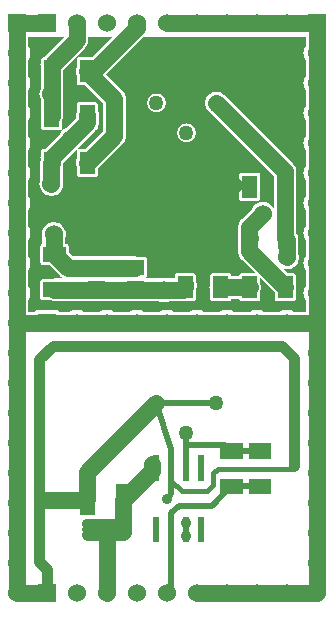
<source format=gbr>
G04 start of page 2 for group 0 idx 0 *
G04 Title: (unknown), component *
G04 Creator: pcb 20140316 *
G04 CreationDate: Tue 10 Mar 2015 03:40:30 PM GMT UTC *
G04 For: fosse *
G04 Format: Gerber/RS-274X *
G04 PCB-Dimensions (mil): 1250.00 2150.00 *
G04 PCB-Coordinate-Origin: lower left *
%MOIN*%
%FSLAX25Y25*%
%LNTOP*%
%ADD22C,0.0380*%
%ADD21C,0.0225*%
%ADD20C,0.0360*%
%ADD19R,0.0200X0.0200*%
%ADD18R,0.0512X0.0512*%
%ADD17C,0.0600*%
%ADD16C,0.0500*%
%ADD15C,0.0200*%
%ADD14C,0.0150*%
%ADD13C,0.0350*%
%ADD12C,0.0550*%
%ADD11C,0.0001*%
G54D11*G36*
X89958Y122239D02*X88095Y122236D01*
Y124102D01*
X89958Y122239D01*
G37*
G36*
X90654Y155740D02*X88095Y155736D01*
Y162602D01*
X96155Y154542D01*
Y143628D01*
X96075Y143822D01*
X95746Y144358D01*
X95337Y144837D01*
X94858Y145246D01*
X94322Y145575D01*
X93740Y145816D01*
X93128Y145963D01*
X92500Y146012D01*
X91872Y145963D01*
X91260Y145816D01*
X90678Y145575D01*
X90142Y145246D01*
X89663Y144837D01*
X89254Y144358D01*
X88925Y143822D01*
X88859Y143662D01*
X88095Y142898D01*
Y146264D01*
X90811Y146269D01*
X90964Y146306D01*
X91109Y146366D01*
X91244Y146448D01*
X91363Y146551D01*
X91466Y146670D01*
X91548Y146805D01*
X91608Y146950D01*
X91645Y147103D01*
X91654Y147260D01*
X91645Y154897D01*
X91608Y155050D01*
X91548Y155195D01*
X91466Y155330D01*
X91363Y155449D01*
X91244Y155552D01*
X91109Y155634D01*
X90964Y155694D01*
X90811Y155731D01*
X90654Y155740D01*
G37*
G36*
X88095Y201000D02*X90324D01*
X90500Y200986D01*
X90676Y201000D01*
X100324D01*
X100500Y200986D01*
X100676Y201000D01*
X106750D01*
Y197993D01*
X106478Y197549D01*
X106207Y196895D01*
X106042Y196206D01*
X105986Y195500D01*
X106042Y194794D01*
X106207Y194105D01*
X106478Y193451D01*
X106750Y193007D01*
Y187993D01*
X106478Y187549D01*
X106207Y186895D01*
X106042Y186206D01*
X105986Y185500D01*
X106042Y184794D01*
X106207Y184105D01*
X106478Y183451D01*
X106750Y183007D01*
Y177993D01*
X106478Y177549D01*
X106207Y176895D01*
X106042Y176206D01*
X105986Y175500D01*
X106042Y174794D01*
X106207Y174105D01*
X106478Y173451D01*
X106750Y173007D01*
Y167993D01*
X106478Y167549D01*
X106207Y166895D01*
X106042Y166206D01*
X105986Y165500D01*
X106042Y164794D01*
X106207Y164105D01*
X106478Y163451D01*
X106750Y163007D01*
Y157993D01*
X106478Y157549D01*
X106207Y156895D01*
X106042Y156206D01*
X105986Y155500D01*
X106042Y154794D01*
X106207Y154105D01*
X106478Y153451D01*
X106750Y153007D01*
Y147993D01*
X106478Y147549D01*
X106207Y146895D01*
X106042Y146206D01*
X105986Y145500D01*
X106042Y144794D01*
X106207Y144105D01*
X106478Y143451D01*
X106750Y143007D01*
Y137993D01*
X106478Y137549D01*
X106207Y136895D01*
X106042Y136206D01*
X105986Y135500D01*
X106042Y134794D01*
X106207Y134105D01*
X106478Y133451D01*
X106750Y133007D01*
Y127993D01*
X106478Y127549D01*
X106207Y126895D01*
X106042Y126206D01*
X105986Y125500D01*
X106042Y124794D01*
X106207Y124105D01*
X106478Y123451D01*
X106750Y123007D01*
Y117993D01*
X106478Y117549D01*
X106207Y116895D01*
X106042Y116206D01*
X105986Y115500D01*
X106042Y114794D01*
X106207Y114105D01*
X106478Y113451D01*
X106750Y113007D01*
Y109250D01*
X102993D01*
X102549Y109522D01*
X101895Y109793D01*
X101206Y109958D01*
X100500Y110014D01*
X99794Y109958D01*
X99105Y109793D01*
X98451Y109522D01*
X98007Y109250D01*
X92993D01*
X92549Y109522D01*
X91895Y109793D01*
X91206Y109958D01*
X90500Y110014D01*
X89794Y109958D01*
X89105Y109793D01*
X88451Y109522D01*
X88095Y109304D01*
Y112764D01*
X90811Y112769D01*
X90964Y112806D01*
X91109Y112866D01*
X91244Y112948D01*
X91363Y113051D01*
X91466Y113170D01*
X91548Y113305D01*
X91608Y113450D01*
X91645Y113603D01*
X91654Y113760D01*
X91651Y116286D01*
X91672Y116338D01*
X91810Y116912D01*
X91856Y117500D01*
X91810Y118088D01*
X91672Y118662D01*
X91648Y118721D01*
X91646Y120551D01*
X96353Y115844D01*
X96355Y113603D01*
X96392Y113450D01*
X96452Y113305D01*
X96534Y113170D01*
X96637Y113051D01*
X96756Y112948D01*
X96891Y112866D01*
X97036Y112806D01*
X97189Y112769D01*
X97346Y112760D01*
X102621Y112769D01*
X102774Y112806D01*
X102919Y112866D01*
X103054Y112948D01*
X103173Y113051D01*
X103276Y113170D01*
X103358Y113305D01*
X103418Y113450D01*
X103455Y113603D01*
X103464Y113760D01*
X103461Y116285D01*
X103483Y116338D01*
X103620Y116912D01*
X103643Y117291D01*
X103667Y117595D01*
X103620Y118183D01*
X103620Y118183D01*
X103483Y118757D01*
X103458Y118817D01*
X103455Y121397D01*
X103418Y121550D01*
X103358Y121695D01*
X103276Y121830D01*
X103173Y121949D01*
X103054Y122052D01*
X102919Y122134D01*
X102774Y122194D01*
X102621Y122231D01*
X102464Y122240D01*
X100567Y122237D01*
X99020Y123784D01*
X99260Y123684D01*
X99872Y123537D01*
X100500Y123488D01*
X101128Y123537D01*
X101740Y123684D01*
X102322Y123925D01*
X102858Y124254D01*
X103337Y124663D01*
X103746Y125142D01*
X104075Y125678D01*
X104316Y126260D01*
X104463Y126872D01*
X104500Y127500D01*
X104463Y128128D01*
X104316Y128740D01*
X104250Y128899D01*
Y133258D01*
X104262Y133405D01*
X104215Y133993D01*
X104215Y133994D01*
X104077Y134568D01*
X103852Y135113D01*
X103655Y135433D01*
Y155948D01*
X103667Y156095D01*
X103620Y156683D01*
X103620Y156683D01*
X103483Y157257D01*
X103257Y157803D01*
X102948Y158306D01*
X102565Y158755D01*
X102453Y158850D01*
X88095Y173208D01*
Y201000D01*
G37*
G36*
X66995D02*X70324D01*
X70500Y200986D01*
X70676Y201000D01*
X80324D01*
X80500Y200986D01*
X80676Y201000D01*
X88095D01*
Y173208D01*
X79652Y181652D01*
X79211Y182043D01*
X78708Y182352D01*
X78162Y182577D01*
X77588Y182715D01*
X77000Y182762D01*
X76412Y182715D01*
X75838Y182577D01*
X75292Y182352D01*
X74789Y182043D01*
X74340Y181660D01*
X73957Y181211D01*
X73648Y180708D01*
X73423Y180162D01*
X73285Y179588D01*
X73238Y179000D01*
X73285Y178412D01*
X73423Y177838D01*
X73648Y177292D01*
X73957Y176789D01*
X74348Y176348D01*
X88095Y162602D01*
Y155736D01*
X85379Y155731D01*
X85226Y155694D01*
X85081Y155634D01*
X84946Y155552D01*
X84827Y155449D01*
X84724Y155330D01*
X84642Y155195D01*
X84582Y155050D01*
X84545Y154897D01*
X84536Y154740D01*
X84545Y147103D01*
X84582Y146950D01*
X84642Y146805D01*
X84724Y146670D01*
X84827Y146551D01*
X84946Y146448D01*
X85081Y146366D01*
X85226Y146306D01*
X85379Y146269D01*
X85536Y146260D01*
X88095Y146264D01*
Y142898D01*
X85452Y140256D01*
X85340Y140160D01*
X84957Y139711D01*
X84648Y139208D01*
X84423Y138662D01*
X84285Y138088D01*
X84285Y138088D01*
X84238Y137500D01*
X84250Y137353D01*
Y134052D01*
X84238Y133905D01*
X84250Y133758D01*
Y129647D01*
X84238Y129500D01*
X84285Y128912D01*
X84423Y128338D01*
X84648Y127792D01*
X84957Y127289D01*
X84957Y127289D01*
X85340Y126840D01*
X85452Y126744D01*
X88095Y124102D01*
Y122236D01*
X85379Y122231D01*
X85226Y122194D01*
X85081Y122134D01*
X84946Y122052D01*
X84827Y121949D01*
X84724Y121830D01*
X84642Y121695D01*
X84582Y121550D01*
X84545Y121397D01*
X84537Y121250D01*
X81955D01*
X81955Y121397D01*
X81918Y121550D01*
X81858Y121695D01*
X81776Y121830D01*
X81673Y121949D01*
X81554Y122052D01*
X81419Y122134D01*
X81274Y122194D01*
X81121Y122231D01*
X80964Y122240D01*
X75689Y122231D01*
X75536Y122194D01*
X75391Y122134D01*
X75256Y122052D01*
X75137Y121949D01*
X75034Y121830D01*
X74952Y121695D01*
X74892Y121550D01*
X74855Y121397D01*
X74846Y121240D01*
X74849Y118714D01*
X74828Y118662D01*
X74690Y118088D01*
X74644Y117500D01*
X74690Y116912D01*
X74828Y116338D01*
X74852Y116279D01*
X74855Y113603D01*
X74892Y113450D01*
X74952Y113305D01*
X75034Y113170D01*
X75137Y113051D01*
X75256Y112948D01*
X75391Y112866D01*
X75536Y112806D01*
X75689Y112769D01*
X75846Y112760D01*
X81121Y112769D01*
X81274Y112806D01*
X81419Y112866D01*
X81554Y112948D01*
X81673Y113051D01*
X81776Y113170D01*
X81858Y113305D01*
X81918Y113450D01*
X81955Y113603D01*
X81963Y113750D01*
X84545D01*
X84545Y113603D01*
X84582Y113450D01*
X84642Y113305D01*
X84724Y113170D01*
X84827Y113051D01*
X84946Y112948D01*
X85081Y112866D01*
X85226Y112806D01*
X85379Y112769D01*
X85536Y112760D01*
X88095Y112764D01*
Y109304D01*
X88007Y109250D01*
X82993D01*
X82549Y109522D01*
X81895Y109793D01*
X81206Y109958D01*
X80500Y110014D01*
X79794Y109958D01*
X79105Y109793D01*
X78451Y109522D01*
X78007Y109250D01*
X72993D01*
X72549Y109522D01*
X71895Y109793D01*
X71206Y109958D01*
X70500Y110014D01*
X69794Y109958D01*
X69105Y109793D01*
X68451Y109522D01*
X68007Y109250D01*
X66995D01*
Y112765D01*
X69311Y112769D01*
X69464Y112806D01*
X69609Y112866D01*
X69744Y112948D01*
X69863Y113051D01*
X69966Y113170D01*
X70048Y113305D01*
X70108Y113450D01*
X70145Y113603D01*
X70154Y113760D01*
X70151Y116286D01*
X70172Y116338D01*
X70310Y116912D01*
X70357Y117500D01*
X70345Y117647D01*
Y118595D01*
X70310Y119183D01*
X70172Y119757D01*
X70147Y119820D01*
X70145Y121397D01*
X70108Y121550D01*
X70048Y121695D01*
X69966Y121830D01*
X69863Y121949D01*
X69744Y122052D01*
X69609Y122134D01*
X69464Y122194D01*
X69311Y122231D01*
X69154Y122240D01*
X67488Y122237D01*
X67183Y122310D01*
X66995Y122325D01*
Y165891D01*
X67000Y165890D01*
X67486Y165929D01*
X67961Y166043D01*
X68412Y166229D01*
X68828Y166484D01*
X69199Y166801D01*
X69516Y167172D01*
X69771Y167588D01*
X69957Y168039D01*
X70071Y168514D01*
X70100Y169000D01*
X70071Y169486D01*
X69957Y169961D01*
X69771Y170412D01*
X69516Y170828D01*
X69199Y171199D01*
X68828Y171516D01*
X68412Y171771D01*
X67961Y171957D01*
X67486Y172071D01*
X67000Y172110D01*
X66995Y172109D01*
Y201000D01*
G37*
G36*
Y109250D02*X62993D01*
X62549Y109522D01*
X61895Y109793D01*
X61206Y109958D01*
X60500Y110014D01*
X59996Y109974D01*
Y112527D01*
X60128Y112537D01*
X60740Y112684D01*
X61322Y112925D01*
X61346Y112940D01*
X63460D01*
X63581Y112866D01*
X63726Y112806D01*
X63879Y112769D01*
X64036Y112760D01*
X66995Y112765D01*
Y109250D01*
G37*
G36*
X59996Y201000D02*X60324D01*
X60500Y200986D01*
X60676Y201000D01*
X66995D01*
Y172109D01*
X66514Y172071D01*
X66039Y171957D01*
X65588Y171771D01*
X65172Y171516D01*
X64801Y171199D01*
X64484Y170828D01*
X64229Y170412D01*
X64043Y169961D01*
X63929Y169486D01*
X63890Y169000D01*
X63929Y168514D01*
X64043Y168039D01*
X64229Y167588D01*
X64484Y167172D01*
X64801Y166801D01*
X65172Y166484D01*
X65588Y166229D01*
X66039Y166043D01*
X66514Y165929D01*
X66995Y165891D01*
Y122325D01*
X66595Y122356D01*
X66007Y122310D01*
X65689Y122234D01*
X63879Y122231D01*
X63726Y122194D01*
X63581Y122134D01*
X63446Y122052D01*
X63327Y121949D01*
X63224Y121830D01*
X63142Y121695D01*
X63082Y121550D01*
X63045Y121397D01*
X63036Y121240D01*
X63037Y120440D01*
X60223D01*
X60128Y120463D01*
X59996Y120473D01*
Y132692D01*
X60000Y132691D01*
X60439Y132726D01*
X60868Y132829D01*
X61275Y132997D01*
X61651Y133228D01*
X61986Y133514D01*
X62000Y133530D01*
X62014Y133514D01*
X62349Y133228D01*
X62725Y132997D01*
X63132Y132829D01*
X63561Y132726D01*
X64000Y132691D01*
X64439Y132726D01*
X64868Y132829D01*
X65275Y132997D01*
X65651Y133228D01*
X65986Y133514D01*
X66272Y133849D01*
X66503Y134225D01*
X66671Y134632D01*
X66774Y135061D01*
X66800Y135500D01*
X66774Y135939D01*
X66671Y136368D01*
X66503Y136775D01*
X66272Y137151D01*
X65986Y137486D01*
X65970Y137500D01*
X65986Y137514D01*
X66272Y137849D01*
X66503Y138225D01*
X66671Y138632D01*
X66774Y139061D01*
X66800Y139500D01*
X66774Y139939D01*
X66671Y140368D01*
X66503Y140775D01*
X66272Y141151D01*
X65986Y141486D01*
X65970Y141500D01*
X65986Y141514D01*
X66272Y141849D01*
X66503Y142225D01*
X66671Y142632D01*
X66774Y143061D01*
X66800Y143500D01*
X66774Y143939D01*
X66671Y144368D01*
X66503Y144775D01*
X66272Y145151D01*
X65986Y145486D01*
X65970Y145500D01*
X65986Y145514D01*
X66272Y145849D01*
X66503Y146225D01*
X66671Y146632D01*
X66774Y147061D01*
X66800Y147500D01*
X66774Y147939D01*
X66671Y148368D01*
X66503Y148775D01*
X66272Y149151D01*
X65986Y149486D01*
X65970Y149500D01*
X65986Y149514D01*
X66272Y149849D01*
X66503Y150225D01*
X66671Y150632D01*
X66774Y151061D01*
X66800Y151500D01*
X66774Y151939D01*
X66671Y152368D01*
X66503Y152775D01*
X66272Y153151D01*
X65986Y153486D01*
X65651Y153772D01*
X65275Y154003D01*
X64868Y154171D01*
X64439Y154274D01*
X64000Y154309D01*
X63561Y154274D01*
X63132Y154171D01*
X62725Y154003D01*
X62349Y153772D01*
X62014Y153486D01*
X62000Y153470D01*
X61986Y153486D01*
X61651Y153772D01*
X61275Y154003D01*
X60868Y154171D01*
X60439Y154274D01*
X60000Y154309D01*
X59996Y154308D01*
Y178199D01*
X60071Y178514D01*
X60100Y179000D01*
X60071Y179486D01*
X59996Y179801D01*
Y201000D01*
G37*
G36*
Y109974D02*X59794Y109958D01*
X59105Y109793D01*
X58451Y109522D01*
X58007Y109250D01*
X52993D01*
X52549Y109522D01*
X51895Y109793D01*
X51206Y109958D01*
X50500Y110014D01*
X49794Y109958D01*
X49105Y109793D01*
X48451Y109522D01*
X48007Y109250D01*
X44308D01*
Y112940D01*
X57654D01*
X57678Y112925D01*
X58260Y112684D01*
X58872Y112537D01*
X59500Y112488D01*
X59996Y112527D01*
Y109974D01*
G37*
G36*
X44308Y164005D02*X45548Y165244D01*
X45660Y165340D01*
X46043Y165789D01*
X46043Y165789D01*
X46352Y166292D01*
X46577Y166838D01*
X46715Y167412D01*
X46762Y168000D01*
X46750Y168147D01*
Y180258D01*
X46762Y180405D01*
X46715Y180993D01*
X46715Y180994D01*
X46577Y181568D01*
X46577Y181568D01*
X46468Y181832D01*
X46352Y182113D01*
X46352Y182113D01*
X46352Y182113D01*
X46143Y182453D01*
X46043Y182616D01*
X46043Y182616D01*
X46043Y182616D01*
X46043Y182616D01*
X45660Y183065D01*
X45548Y183161D01*
X44308Y184400D01*
Y192505D01*
X52803Y201000D01*
X59996D01*
Y179801D01*
X59957Y179961D01*
X59771Y180412D01*
X59516Y180828D01*
X59199Y181199D01*
X58828Y181516D01*
X58412Y181771D01*
X57961Y181957D01*
X57486Y182071D01*
X57000Y182110D01*
X56514Y182071D01*
X56039Y181957D01*
X55588Y181771D01*
X55172Y181516D01*
X54801Y181199D01*
X54484Y180828D01*
X54229Y180412D01*
X54043Y179961D01*
X53929Y179486D01*
X53890Y179000D01*
X53929Y178514D01*
X54043Y178039D01*
X54229Y177588D01*
X54484Y177172D01*
X54801Y176801D01*
X55172Y176484D01*
X55588Y176229D01*
X56039Y176043D01*
X56514Y175929D01*
X57000Y175890D01*
X57486Y175929D01*
X57961Y176043D01*
X58412Y176229D01*
X58828Y176484D01*
X59199Y176801D01*
X59516Y177172D01*
X59771Y177588D01*
X59957Y178039D01*
X59996Y178199D01*
Y154308D01*
X59561Y154274D01*
X59132Y154171D01*
X58725Y154003D01*
X58349Y153772D01*
X58014Y153486D01*
X58000Y153470D01*
X57986Y153486D01*
X57651Y153772D01*
X57275Y154003D01*
X56868Y154171D01*
X56439Y154274D01*
X56000Y154309D01*
X55561Y154274D01*
X55132Y154171D01*
X54725Y154003D01*
X54349Y153772D01*
X54014Y153486D01*
X53728Y153151D01*
X53497Y152775D01*
X53329Y152368D01*
X53226Y151939D01*
X53191Y151500D01*
X53226Y151061D01*
X53329Y150632D01*
X53497Y150225D01*
X53728Y149849D01*
X54014Y149514D01*
X54030Y149500D01*
X54014Y149486D01*
X53728Y149151D01*
X53497Y148775D01*
X53329Y148368D01*
X53226Y147939D01*
X53191Y147500D01*
X53226Y147061D01*
X53329Y146632D01*
X53497Y146225D01*
X53728Y145849D01*
X54014Y145514D01*
X54030Y145500D01*
X54014Y145486D01*
X53728Y145151D01*
X53497Y144775D01*
X53329Y144368D01*
X53226Y143939D01*
X53191Y143500D01*
X53226Y143061D01*
X53329Y142632D01*
X53497Y142225D01*
X53728Y141849D01*
X54014Y141514D01*
X54030Y141500D01*
X54014Y141486D01*
X53728Y141151D01*
X53497Y140775D01*
X53329Y140368D01*
X53226Y139939D01*
X53191Y139500D01*
X53226Y139061D01*
X53329Y138632D01*
X53497Y138225D01*
X53728Y137849D01*
X54014Y137514D01*
X54030Y137500D01*
X54014Y137486D01*
X53728Y137151D01*
X53497Y136775D01*
X53329Y136368D01*
X53226Y135939D01*
X53191Y135500D01*
X53226Y135061D01*
X53329Y134632D01*
X53497Y134225D01*
X53728Y133849D01*
X54014Y133514D01*
X54349Y133228D01*
X54725Y132997D01*
X55132Y132829D01*
X55561Y132726D01*
X56000Y132691D01*
X56439Y132726D01*
X56868Y132829D01*
X57275Y132997D01*
X57651Y133228D01*
X57986Y133514D01*
X58000Y133530D01*
X58014Y133514D01*
X58349Y133228D01*
X58725Y132997D01*
X59132Y132829D01*
X59561Y132726D01*
X59996Y132692D01*
Y120473D01*
X59500Y120512D01*
X58872Y120463D01*
X58777Y120440D01*
X53334D01*
X53262Y120470D01*
X53137Y120500D01*
X53262Y120530D01*
X53407Y120590D01*
X53542Y120672D01*
X53661Y120775D01*
X53764Y120894D01*
X53846Y121029D01*
X53906Y121174D01*
X53943Y121327D01*
X53952Y121484D01*
X53943Y126759D01*
X53906Y126912D01*
X53846Y127057D01*
X53764Y127192D01*
X53661Y127311D01*
X53542Y127414D01*
X53407Y127496D01*
X53262Y127556D01*
X53109Y127593D01*
X52952Y127602D01*
X51213Y127599D01*
X51162Y127620D01*
X50588Y127758D01*
X50000Y127793D01*
X44308D01*
Y164005D01*
G37*
G36*
Y184400D02*X40256Y188453D01*
X44308Y192505D01*
Y184400D01*
G37*
G36*
X27875Y112940D02*X44308D01*
Y109250D01*
X42993D01*
X42549Y109522D01*
X41895Y109793D01*
X41206Y109958D01*
X40500Y110014D01*
X39794Y109958D01*
X39105Y109793D01*
X38451Y109522D01*
X38007Y109250D01*
X32993D01*
X32549Y109522D01*
X31895Y109793D01*
X31206Y109958D01*
X30500Y110014D01*
X29794Y109958D01*
X29105Y109793D01*
X28451Y109522D01*
X28007Y109250D01*
X27875D01*
Y112940D01*
G37*
G36*
Y192071D02*X33048Y197244D01*
X33160Y197340D01*
X33543Y197789D01*
X33543Y197789D01*
X33543Y197789D01*
X33852Y198292D01*
X34077Y198838D01*
X34183Y199276D01*
X34215Y199412D01*
Y199412D01*
X34215Y199412D01*
X34262Y200000D01*
X34250Y200147D01*
Y201000D01*
X40324D01*
X40500Y200986D01*
X40676Y201000D01*
X42197D01*
X35435Y194238D01*
X31189Y194231D01*
X31036Y194194D01*
X30891Y194134D01*
X30756Y194052D01*
X30637Y193949D01*
X30534Y193830D01*
X30452Y193695D01*
X30392Y193550D01*
X30355Y193397D01*
X30346Y193240D01*
X30349Y190714D01*
X30328Y190662D01*
X30190Y190088D01*
X30143Y189500D01*
X30190Y188912D01*
X30328Y188338D01*
X30352Y188279D01*
X30355Y185603D01*
X30392Y185450D01*
X30452Y185305D01*
X30534Y185170D01*
X30637Y185051D01*
X30756Y184948D01*
X30891Y184866D01*
X31036Y184806D01*
X31189Y184769D01*
X31346Y184760D01*
X33338Y184764D01*
X39250Y178852D01*
Y169553D01*
X33431Y163735D01*
X31189Y163731D01*
X31036Y163694D01*
X30891Y163634D01*
X30756Y163552D01*
X30637Y163449D01*
X30534Y163330D01*
X30452Y163195D01*
X30392Y163050D01*
X30355Y162897D01*
X30346Y162740D01*
X30349Y160214D01*
X30328Y160162D01*
X30190Y159588D01*
X30143Y159000D01*
X30190Y158412D01*
X30328Y157838D01*
X30352Y157779D01*
X30355Y155103D01*
X30392Y154950D01*
X30452Y154805D01*
X30534Y154670D01*
X30637Y154551D01*
X30756Y154448D01*
X30891Y154366D01*
X31036Y154306D01*
X31189Y154269D01*
X31346Y154260D01*
X36621Y154269D01*
X36774Y154306D01*
X36919Y154366D01*
X37054Y154448D01*
X37173Y154551D01*
X37276Y154670D01*
X37358Y154805D01*
X37418Y154950D01*
X37455Y155103D01*
X37464Y155260D01*
X37462Y157158D01*
X44308Y164005D01*
Y127793D01*
X29010D01*
X27875Y128928D01*
Y161071D01*
X30162Y163359D01*
X30322Y163425D01*
X30858Y163754D01*
X31337Y164163D01*
X31746Y164642D01*
X32075Y165178D01*
X32141Y165338D01*
X36548Y169744D01*
X36577Y169769D01*
X36621Y169769D01*
X36774Y169806D01*
X36919Y169866D01*
X37054Y169948D01*
X37173Y170051D01*
X37276Y170170D01*
X37358Y170305D01*
X37418Y170450D01*
X37455Y170603D01*
X37464Y170760D01*
X37464Y171063D01*
X37577Y171338D01*
X37577Y171338D01*
X37715Y171912D01*
X37762Y172500D01*
X37750Y172647D01*
Y175000D01*
X37715Y175588D01*
X37577Y176162D01*
X37457Y176453D01*
X37455Y178397D01*
X37418Y178550D01*
X37358Y178695D01*
X37276Y178830D01*
X37173Y178949D01*
X37054Y179052D01*
X36919Y179134D01*
X36774Y179194D01*
X36621Y179231D01*
X36464Y179240D01*
X31189Y179231D01*
X31036Y179194D01*
X30891Y179134D01*
X30756Y179052D01*
X30637Y178949D01*
X30534Y178830D01*
X30452Y178695D01*
X30392Y178550D01*
X30355Y178397D01*
X30346Y178240D01*
X30349Y175856D01*
X30285Y175588D01*
X30250Y175000D01*
Y174053D01*
X27875Y171678D01*
Y192071D01*
G37*
G36*
X18542Y173279D02*X18545Y170603D01*
X18582Y170450D01*
X18642Y170305D01*
X18724Y170170D01*
X18827Y170051D01*
X18946Y169948D01*
X19081Y169866D01*
X19226Y169806D01*
X19379Y169769D01*
X19536Y169760D01*
X24811Y169769D01*
X24964Y169806D01*
X25109Y169866D01*
X25244Y169948D01*
X25363Y170051D01*
X25466Y170170D01*
X25548Y170305D01*
X25608Y170450D01*
X25645Y170603D01*
X25654Y170760D01*
X25651Y173286D01*
X25672Y173338D01*
X25810Y173912D01*
X25845Y174500D01*
Y180881D01*
X25963Y181372D01*
X26000Y182000D01*
X25963Y182628D01*
X25845Y183119D01*
Y190042D01*
X27875Y192071D01*
Y171678D01*
X26838Y170641D01*
X26678Y170575D01*
X26142Y170246D01*
X25663Y169837D01*
X25254Y169358D01*
X24925Y168822D01*
X24859Y168662D01*
X19929Y163732D01*
X19379Y163731D01*
X19226Y163694D01*
X19081Y163634D01*
X18946Y163552D01*
X18827Y163449D01*
X18724Y163330D01*
X18642Y163195D01*
X18582Y163050D01*
X18545Y162897D01*
X18536Y162740D01*
X18537Y161805D01*
X18518Y161757D01*
X18380Y161183D01*
X18380Y161183D01*
X18333Y160595D01*
X18345Y160448D01*
Y159745D01*
X18285Y159496D01*
X18285Y159495D01*
X18285Y159494D01*
X18284Y159484D01*
X18238Y158907D01*
X18250Y158759D01*
Y153399D01*
X18184Y153240D01*
X18037Y152628D01*
X17988Y152000D01*
X18037Y151372D01*
X18184Y150760D01*
X18425Y150178D01*
X18754Y149642D01*
X19163Y149163D01*
X19642Y148754D01*
X20178Y148425D01*
X20760Y148184D01*
X21372Y148037D01*
X22000Y147988D01*
X22628Y148037D01*
X23240Y148184D01*
X23822Y148425D01*
X24358Y148754D01*
X24837Y149163D01*
X25246Y149642D01*
X25575Y150178D01*
X25816Y150760D01*
X25963Y151372D01*
X26000Y152000D01*
X25963Y152628D01*
X25816Y153240D01*
X25750Y153399D01*
Y158160D01*
X25810Y158409D01*
X25810Y158410D01*
X25810Y158412D01*
X25811Y158420D01*
X25857Y158998D01*
X25853Y159049D01*
X27875Y161071D01*
Y128928D01*
X27735Y129069D01*
X27731Y131216D01*
X27694Y131369D01*
X27634Y131514D01*
X27552Y131648D01*
X27449Y131768D01*
X27330Y131870D01*
X27195Y131953D01*
X27050Y132013D01*
X26897Y132050D01*
X26740Y132059D01*
X26500Y132059D01*
Y133851D01*
X26566Y134010D01*
X26713Y134622D01*
X26750Y135250D01*
X26713Y135878D01*
X26566Y136490D01*
X26325Y137072D01*
X25996Y137608D01*
X25587Y138087D01*
X25108Y138496D01*
X24572Y138825D01*
X23990Y139066D01*
X23378Y139213D01*
X22750Y139262D01*
X22122Y139213D01*
X21510Y139066D01*
X20928Y138825D01*
X20392Y138496D01*
X19913Y138087D01*
X19504Y137608D01*
X19175Y137072D01*
X18934Y136490D01*
X18787Y135878D01*
X18738Y135250D01*
X18787Y134622D01*
X18934Y134010D01*
X19000Y133851D01*
Y132025D01*
X18950Y132013D01*
X18805Y131953D01*
X18670Y131870D01*
X18551Y131768D01*
X18448Y131648D01*
X18366Y131514D01*
X18306Y131369D01*
X18269Y131216D01*
X18260Y131059D01*
X18269Y125784D01*
X18306Y125631D01*
X18366Y125485D01*
X18448Y125351D01*
X18551Y125232D01*
X18670Y125129D01*
X18805Y125047D01*
X18950Y124987D01*
X19103Y124950D01*
X19260Y124941D01*
X21253Y124943D01*
X24701Y121495D01*
X24797Y121383D01*
X25245Y121000D01*
X25246Y121000D01*
X25246Y121000D01*
X25246Y121000D01*
X25497Y120846D01*
X25749Y120691D01*
X25749Y120691D01*
X25749Y120691D01*
X26051Y120566D01*
X26294Y120466D01*
X26294Y120465D01*
X26294Y120465D01*
X26400Y120440D01*
X23000D01*
X22412Y120405D01*
X21838Y120267D01*
X21778Y120243D01*
X19103Y120240D01*
X18950Y120203D01*
X18805Y120143D01*
X18670Y120060D01*
X18551Y119958D01*
X18448Y119838D01*
X18366Y119704D01*
X18306Y119559D01*
X18269Y119406D01*
X18260Y119249D01*
X18269Y113974D01*
X18306Y113821D01*
X18366Y113675D01*
X18448Y113541D01*
X18551Y113422D01*
X18670Y113319D01*
X18805Y113237D01*
X18950Y113177D01*
X19103Y113140D01*
X19260Y113131D01*
X21786Y113134D01*
X21838Y113113D01*
X22412Y112975D01*
X23000Y112940D01*
X27875D01*
Y109250D01*
X24800D01*
X24717Y109384D01*
X24564Y109564D01*
X24384Y109717D01*
X24183Y109841D01*
X23965Y109931D01*
X23735Y109986D01*
X23500Y110000D01*
X17265Y109986D01*
X17035Y109931D01*
X16817Y109841D01*
X16616Y109717D01*
X16436Y109564D01*
X16283Y109384D01*
X16200Y109250D01*
X14250D01*
Y113007D01*
X14522Y113451D01*
X14793Y114105D01*
X14958Y114794D01*
X15000Y115500D01*
X14958Y116206D01*
X14793Y116895D01*
X14522Y117549D01*
X14250Y117993D01*
Y123007D01*
X14522Y123451D01*
X14793Y124105D01*
X14958Y124794D01*
X15000Y125500D01*
X14958Y126206D01*
X14793Y126895D01*
X14522Y127549D01*
X14250Y127993D01*
Y133007D01*
X14522Y133451D01*
X14793Y134105D01*
X14958Y134794D01*
X15000Y135500D01*
X14958Y136206D01*
X14793Y136895D01*
X14522Y137549D01*
X14250Y137993D01*
Y143007D01*
X14522Y143451D01*
X14793Y144105D01*
X14958Y144794D01*
X15000Y145500D01*
X14958Y146206D01*
X14793Y146895D01*
X14522Y147549D01*
X14250Y147993D01*
Y153007D01*
X14522Y153451D01*
X14793Y154105D01*
X14958Y154794D01*
X15000Y155500D01*
X14958Y156206D01*
X14793Y156895D01*
X14522Y157549D01*
X14250Y157993D01*
Y163007D01*
X14522Y163451D01*
X14793Y164105D01*
X14958Y164794D01*
X15000Y165500D01*
X14958Y166206D01*
X14793Y166895D01*
X14522Y167549D01*
X14250Y167993D01*
Y173007D01*
X14522Y173451D01*
X14793Y174105D01*
X14958Y174794D01*
X15000Y175500D01*
X14958Y176206D01*
X14793Y176895D01*
X14522Y177549D01*
X14250Y177993D01*
Y183007D01*
X14522Y183451D01*
X14793Y184105D01*
X14958Y184794D01*
X15000Y185500D01*
X14958Y186206D01*
X14793Y186895D01*
X14522Y187549D01*
X14250Y187993D01*
Y193007D01*
X14522Y193451D01*
X14793Y194105D01*
X14958Y194794D01*
X15000Y195500D01*
X14958Y196206D01*
X14793Y196895D01*
X14522Y197549D01*
X14250Y197993D01*
Y201000D01*
X26197D01*
X19547Y194350D01*
X19435Y194255D01*
X19415Y194231D01*
X19379Y194231D01*
X19226Y194194D01*
X19081Y194134D01*
X18946Y194052D01*
X18827Y193949D01*
X18724Y193830D01*
X18642Y193695D01*
X18582Y193550D01*
X18545Y193397D01*
X18536Y193240D01*
X18537Y192803D01*
X18518Y192757D01*
X18380Y192183D01*
X18380Y192183D01*
X18333Y191595D01*
X18345Y191448D01*
Y183628D01*
X18184Y183240D01*
X18037Y182628D01*
X17988Y182000D01*
X18037Y181372D01*
X18184Y180760D01*
X18345Y180372D01*
Y174500D01*
X18380Y173912D01*
X18518Y173338D01*
X18542Y173279D01*
G37*
G36*
X50500Y154500D02*X68500D01*
Y129000D01*
X50500D01*
Y154500D01*
G37*
G36*
X84000Y155000D02*Y154500D01*
X87000Y151500D01*
X84000Y148500D01*
Y155000D01*
G37*
G54D12*X22000Y152000D02*Y158905D01*
X22095Y159000D01*
Y160595D01*
X34000Y172500D01*
X33905Y159000D02*X34000D01*
Y172500D02*Y175000D01*
Y159000D02*X43000Y168000D01*
Y180405D01*
X33905Y189500D01*
X50500Y204000D02*X34952Y188452D01*
X22095Y189500D02*Y174500D01*
Y189000D02*Y191595D01*
X30500Y200000D01*
Y205500D01*
X50500D02*Y204000D01*
X78405Y117500D02*X88095D01*
X65785Y116690D02*X66595Y117500D01*
Y118595D01*
X23000Y116690D02*X65785D01*
X50000Y124043D02*X27457D01*
X23000Y128500D01*
X22750Y128750D02*Y135250D01*
G54D13*X99000Y98000D02*X22500D01*
G54D12*X10500Y105500D02*X110500D01*
X99905Y134000D02*Y156095D01*
X77000Y179000D01*
X110500Y205500D02*X60500D01*
X99905Y117500D02*Y117595D01*
G54D13*X99000Y98000D02*X103000Y94000D01*
Y58000D01*
G54D12*X70500Y15500D02*X110500D01*
X99905Y117595D02*X88000Y129500D01*
X100500Y127500D02*Y133405D01*
X88000Y129500D02*Y133905D01*
X88095Y134000D01*
X100500Y133405D02*X99905Y134000D01*
X88000D02*Y137500D01*
X92500Y142000D01*
X110500Y15500D02*Y205500D01*
X10500Y15500D02*Y205500D01*
G54D13*X22500Y98000D02*X18000Y93500D01*
X20500Y15500D02*Y23500D01*
X18000Y26000D01*
Y93500D02*Y26000D01*
G54D12*X20000Y46500D02*X33655D01*
X34000Y46845D01*
X10500Y15500D02*X20500D01*
Y205500D02*X10500D01*
G54D14*X62000Y36750D03*
G54D15*Y42250D02*X64500Y44750D01*
G54D12*X46000Y36000D02*Y46655D01*
X45905Y46750D01*
G54D13*X34000Y38500D02*X46000D01*
X34000Y35000D02*X45000D01*
X34000Y37000D02*X46000Y36000D01*
G54D12*X55500Y56345D02*X45905Y46750D01*
X55500Y58500D02*Y56345D01*
X34000Y56000D02*X57000Y79000D01*
G54D15*X62000Y57250D02*Y48500D01*
Y42250D02*Y17000D01*
X60500Y15500D01*
X62000Y48500D02*X60500Y47000D01*
X57000Y79000D02*X62000Y63500D01*
X67000Y57250D02*Y69000D01*
X62000Y63500D02*Y59500D01*
X82000Y51104D02*X88147D01*
X75646Y44750D02*X82000Y51104D01*
X64500Y44750D02*X75646D01*
G54D14*X65500Y49500D02*X74000D01*
X76000Y51500D01*
X62000Y53000D02*X65500Y49500D01*
X77500Y57000D02*X103000D01*
X76000Y55500D02*X77500Y57000D01*
X76000Y51500D02*Y55500D01*
G54D15*X82000Y62914D02*X88129D01*
X79914Y65000D02*X82000Y62914D01*
X67000Y65000D02*X79914D01*
X77000Y79000D02*X57000D01*
G54D13*X33845Y47000D02*X34095Y46750D01*
X33500Y47000D02*Y49500D01*
G54D12*X34000Y47000D02*Y56000D01*
X40500Y15500D02*Y36500D01*
G54D16*X57000Y179000D03*
X77000D03*
X67000Y169000D03*
G54D17*X10500Y165500D03*
Y155500D03*
G54D11*G36*
X107500Y208500D02*Y202500D01*
X113500D01*
Y208500D01*
X107500D01*
G37*
G54D17*X110500Y195500D03*
Y185500D03*
Y175500D03*
Y165500D03*
Y155500D03*
Y145500D03*
Y135500D03*
G54D11*G36*
X7500Y208500D02*Y202500D01*
X13500D01*
Y208500D01*
X7500D01*
G37*
G54D17*X10500Y195500D03*
Y185500D03*
Y175500D03*
G54D11*G36*
X17500Y208500D02*Y202500D01*
X23500D01*
Y208500D01*
X17500D01*
G37*
G54D17*X30500Y205500D03*
X40500D03*
X50500D03*
X60500D03*
X70500D03*
X80500D03*
X90500D03*
X100500D03*
G54D16*X57000Y79000D03*
X77000D03*
X67000Y69000D03*
G54D17*X10500Y115500D03*
Y105500D03*
Y95500D03*
Y85500D03*
G54D11*G36*
X17500Y108500D02*Y102500D01*
X23500D01*
Y108500D01*
X17500D01*
G37*
G54D17*X110500Y125500D03*
Y115500D03*
Y105500D03*
Y95500D03*
Y85500D03*
Y75500D03*
Y65500D03*
Y55500D03*
Y45500D03*
Y35500D03*
Y25500D03*
Y15500D03*
X10500Y75500D03*
Y65500D03*
Y55500D03*
Y45500D03*
Y35500D03*
Y25500D03*
Y15500D03*
G54D11*G36*
X17500Y18500D02*Y12500D01*
X23500D01*
Y18500D01*
X17500D01*
G37*
G54D17*X30500Y15500D03*
X40500D03*
X50500D03*
X60500D03*
X70500D03*
X80500D03*
X90500D03*
X100500D03*
X10500Y145500D03*
Y135500D03*
Y125500D03*
X30500Y105500D03*
X40500D03*
X50500D03*
X60500D03*
X70500D03*
X80500D03*
X90500D03*
X100500D03*
G54D18*X21819Y128500D02*X24181D01*
X21819Y116690D02*X24181D01*
X36607Y124043D02*X37393D01*
X36607Y116957D02*X37393D01*
X22095Y175681D02*Y173319D01*
X33905Y175681D02*Y173319D01*
X22095Y160181D02*Y157819D01*
X33905Y160181D02*Y157819D01*
X22095Y190681D02*Y188319D01*
X33905Y190681D02*Y188319D01*
X80819Y62914D02*X83181D01*
X80819Y51104D02*X83181D01*
G54D19*X72000Y60500D02*Y54000D01*
X67000Y60500D02*Y54000D01*
X62000Y60500D02*Y54000D01*
X57000Y60500D02*Y54000D01*
Y40000D02*Y33500D01*
X62000Y40000D02*Y33500D01*
X67000Y40000D02*Y33500D01*
X72000Y40000D02*Y33500D01*
G54D18*X34095Y49505D02*Y43995D01*
X45905Y49505D02*Y43995D01*
X90319Y62905D02*X92681D01*
X90319Y51095D02*X92681D01*
X66595Y118681D02*Y116319D01*
X49607Y124043D02*X50393D01*
X49607Y116957D02*X50393D01*
X88095Y118681D02*Y116319D01*
X99905Y118681D02*Y116319D01*
X78405Y118681D02*Y116319D01*
X88095Y135181D02*Y132819D01*
X99905Y135181D02*Y132819D01*
X88095Y152181D02*Y149819D01*
X99905Y152181D02*Y149819D01*
G54D20*X67000Y39000D03*
X34000Y35000D03*
Y38500D03*
X67000Y34500D03*
X60500Y47000D03*
X64000Y151500D03*
X60000D03*
X56000D03*
Y147500D03*
X60000D03*
X64000D03*
Y143500D03*
Y139500D03*
Y135500D03*
X60000Y143500D03*
Y139500D03*
Y135500D03*
G54D17*X59500Y116500D03*
G54D20*X56000Y143500D03*
Y139500D03*
Y135500D03*
G54D17*X100500Y127500D03*
X92500Y142000D03*
X22000Y152000D03*
Y182000D03*
X22750Y135250D03*
X28500Y167000D03*
G54D15*G54D13*G54D15*G54D13*G54D21*G54D22*G54D21*G54D22*M02*

</source>
